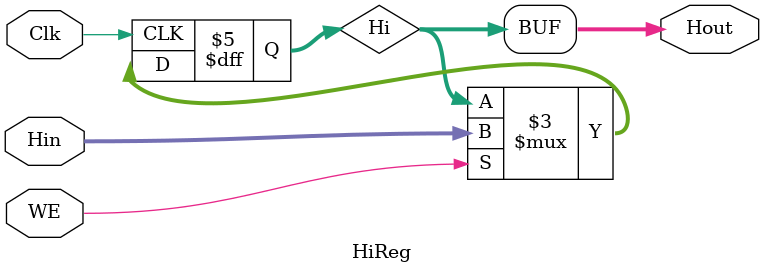
<source format=v>
module HiReg(Clk,WE,Hin,Hout);

input Clk;
input WE;
input [31:0] Hin;
output [31:0] Hout;

reg [31:0] Hi;

//初始化
initial begin
	Hi<=32'd0;
end

//取数
assign Hout=Hi;

//存数
always@(posedge Clk) begin
	if(WE) begin
		Hi<=Hin;
	end
end

endmodule
</source>
